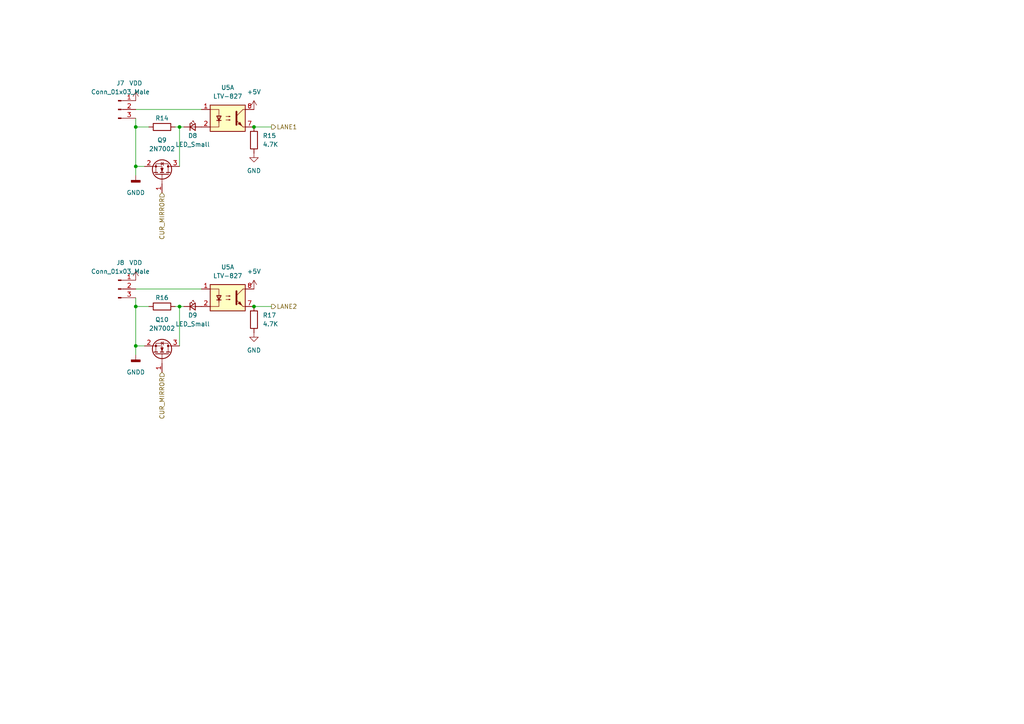
<source format=kicad_sch>
(kicad_sch (version 20211123) (generator eeschema)
  (paper "A4")
  (lib_symbols
    (symbol "Connector:Conn_01x03_Male" (pin_names (offset 1.016) hide)
      (property "Reference" "J" (at 0 5.08 0))
      (property "Value" "Conn_01x03_Male" (at 0 -5.08 0))
      (symbol "Conn_01x03_Male_1_1"
        (polyline (pts (xy 1.27 -2.54) (xy 0.8636 -2.54)) (stroke (width 0.1524)))
        (polyline (pts (xy 1.27 0) (xy 0.8636 0)) (stroke (width 0.1524)))
        (polyline (pts (xy 1.27 2.54) (xy 0.8636 2.54)) (stroke (width 0.1524)))
        (rectangle (start 0.8636 -2.413) (end 0 -2.667) (stroke (width 0.1524)) (fill (type outline)))
        (rectangle (start 0.8636 0.127) (end 0 -0.127) (stroke (width 0.1524)) (fill (type outline)))
        (rectangle (start 0.8636 2.667) (end 0 2.413) (stroke (width 0.1524)) (fill (type outline)))
        (pin passive line (at 5.08 2.54 180) (length 3.81) (name "Pin_1") (number "1"))
        (pin passive line (at 5.08 0 180) (length 3.81) (name "Pin_2") (number "2"))
        (pin passive line (at 5.08 -2.54 180) (length 3.81) (name "Pin_3") (number "3"))
      )
    )
    (symbol "Device:LED_Small" (pin_numbers hide) (pin_names (offset 0.254) hide)
      (property "Reference" "D" (at -1.27 3.175 0))
      (property "Value" "LED_Small" (at -4.445 -2.54 0))
      (symbol "LED_Small_0_1"
        (polyline (pts (xy -0.762 -1.016) (xy -0.762 1.016)) (stroke (width 0.254)))
        (polyline (pts (xy 1.016 0) (xy -0.762 0)))
        (polyline (pts (xy 0.762 -1.016) (xy -0.762 0) (xy 0.762 1.016) (xy 0.762 -1.016)) (stroke (width 0.254)))
        (polyline (pts (xy 0 0.762) (xy -0.508 1.27) (xy -0.254 1.27) (xy -0.508 1.27) (xy -0.508 1.016)))
        (polyline (pts (xy 0.508 1.27) (xy 0 1.778) (xy 0.254 1.778) (xy 0 1.778) (xy 0 1.524)))
      )
      (symbol "LED_Small_1_1"
        (pin passive line (at -2.54 0 0) (length 1.778) (name "K") (number "1"))
        (pin passive line (at 2.54 0 180) (length 1.778) (name "A") (number "2"))
      )
    )
    (symbol "Device:R" (pin_numbers hide) (pin_names (offset 0))
      (property "Reference" "R" (at 2.032 0 90))
      (property "Value" "R" (at 0 0 90))
      (symbol "R_0_1"
        (rectangle (start -1.016 -2.54) (end 1.016 2.54) (stroke (width 0.254)))
      )
      (symbol "R_1_1"
        (pin passive line (at 0 3.81 270) (length 1.27) (name "~") (number "1"))
        (pin passive line (at 0 -3.81 90) (length 1.27) (name "~") (number "2"))
      )
    )
    (symbol "Isolator:LTV-827" (pin_names (offset 1.016))
      (property "Reference" "U" (at -5.08 5.08 0))
      (property "Value" "LTV-827" (at 0 5.08 0))
      (symbol "LTV-827_0_1"
        (rectangle (start -5.08 3.81) (end 5.08 -3.81) (stroke (width 0.254)) (fill (type background)))
        (polyline (pts (xy -3.175 -0.635) (xy -1.905 -0.635)) (stroke (width 0.254)))
        (polyline (pts (xy 2.54 0.635) (xy 4.445 2.54)))
        (polyline (pts (xy 4.445 -2.54) (xy 2.54 -0.635)) (fill (type outline)))
        (polyline (pts (xy 4.445 -2.54) (xy 5.08 -2.54)))
        (polyline (pts (xy 4.445 2.54) (xy 5.08 2.54)))
        (polyline (pts (xy -2.54 -0.635) (xy -2.54 -2.54) (xy -5.08 -2.54)))
        (polyline (pts (xy 2.54 1.905) (xy 2.54 -1.905) (xy 2.54 -1.905)) (stroke (width 0.508)))
        (polyline (pts (xy -5.08 2.54) (xy -2.54 2.54) (xy -2.54 -1.27) (xy -2.54 0.635)))
        (polyline (pts (xy -2.54 -0.635) (xy -3.175 0.635) (xy -1.905 0.635) (xy -2.54 -0.635)) (stroke (width 0.254)))
        (polyline (pts (xy -0.508 -0.508) (xy 0.762 -0.508) (xy 0.381 -0.635) (xy 0.381 -0.381) (xy 0.762 -0.508)))
        (polyline (pts (xy -0.508 0.508) (xy 0.762 0.508) (xy 0.381 0.381) (xy 0.381 0.635) (xy 0.762 0.508)))
        (polyline (pts (xy 3.048 -1.651) (xy 3.556 -1.143) (xy 4.064 -2.159) (xy 3.048 -1.651) (xy 3.048 -1.651)) (fill (type outline)))
      )
      (symbol "LTV-827_1_1"
        (pin passive line (at -7.62 2.54 0) (length 2.54) (name "~") (number "1"))
        (pin passive line (at -7.62 -2.54 0) (length 2.54) (name "~") (number "2"))
        (pin passive line (at 7.62 -2.54 180) (length 2.54) (name "~") (number "7"))
        (pin passive line (at 7.62 2.54 180) (length 2.54) (name "~") (number "8"))
      )
      (symbol "LTV-827_2_1"
        (pin passive line (at -7.62 2.54 0) (length 2.54) (name "~") (number "3"))
        (pin passive line (at -7.62 -2.54 0) (length 2.54) (name "~") (number "4"))
        (pin passive line (at 7.62 -2.54 180) (length 2.54) (name "~") (number "5"))
        (pin passive line (at 7.62 2.54 180) (length 2.54) (name "~") (number "6"))
      )
    )
    (symbol "Transistor_FET:2N7002" (pin_names hide)
      (property "Reference" "Q" (at 5.08 1.905 0))
      (property "Value" "2N7002" (at 5.08 0 0))
      (symbol "2N7002_0_1"
        (polyline (pts (xy 0.254 0) (xy -2.54 0)))
        (polyline (pts (xy 0.254 1.905) (xy 0.254 -1.905)) (stroke (width 0.254)))
        (polyline (pts (xy 0.762 -1.27) (xy 0.762 -2.286)) (stroke (width 0.254)))
        (polyline (pts (xy 0.762 0.508) (xy 0.762 -0.508)) (stroke (width 0.254)))
        (polyline (pts (xy 0.762 2.286) (xy 0.762 1.27)) (stroke (width 0.254)))
        (polyline (pts (xy 2.54 2.54) (xy 2.54 1.778)))
        (polyline (pts (xy 2.54 -2.54) (xy 2.54 0) (xy 0.762 0)))
        (polyline (pts (xy 0.762 -1.778) (xy 3.302 -1.778) (xy 3.302 1.778) (xy 0.762 1.778)))
        (polyline (pts (xy 1.016 0) (xy 2.032 0.381) (xy 2.032 -0.381) (xy 1.016 0)) (fill (type outline)))
        (polyline (pts (xy 2.794 0.508) (xy 2.921 0.381) (xy 3.683 0.381) (xy 3.81 0.254)))
        (polyline (pts (xy 3.302 0.381) (xy 2.921 -0.254) (xy 3.683 -0.254) (xy 3.302 0.381)))
        (circle (center 1.651 0) (radius 2.794) (stroke (width 0.254)))
        (circle (center 2.54 -1.778) (radius 0.254) (fill (type outline)))
        (circle (center 2.54 1.778) (radius 0.254) (fill (type outline)))
      )
      (symbol "2N7002_1_1"
        (pin input line (at -5.08 0 0) (length 2.54) (name "G") (number "1"))
        (pin passive line (at 2.54 -5.08 90) (length 2.54) (name "S") (number "2"))
        (pin passive line (at 2.54 5.08 270) (length 2.54) (name "D") (number "3"))
      )
    )
    (symbol "power:+5V" (power) (pin_names (offset 0))
      (property "Value" "+5V" (at 0 3.556 0))
      (symbol "+5V_0_1"
        (polyline (pts (xy -0.762 1.27) (xy 0 2.54)))
        (polyline (pts (xy 0 0) (xy 0 2.54)))
        (polyline (pts (xy 0 2.54) (xy 0.762 1.27)))
      )
      (symbol "+5V_1_1"
        (pin power_in line (at 0 0 90) (length 0) hide (name "+5V") (number "1"))
      )
    )
    (symbol "power:GND" (power) (pin_names (offset 0))
      (property "Value" "GND" (at 0 -3.81 0))
      (symbol "GND_0_1"
        (polyline (pts (xy 0 0) (xy 0 -1.27) (xy 1.27 -1.27) (xy 0 -2.54) (xy -1.27 -1.27) (xy 0 -1.27)))
      )
      (symbol "GND_1_1"
        (pin power_in line (at 0 0 270) (length 0) hide (name "GND") (number "1"))
      )
    )
    (symbol "power:GNDD" (power) (pin_names (offset 0))
      (property "Value" "GNDD" (at 0 -3.175 0))
      (symbol "GNDD_0_1"
        (rectangle (start -1.27 -1.524) (end 1.27 -2.032) (stroke (width 0.254)) (fill (type outline)))
        (polyline (pts (xy 0 0) (xy 0 -1.524)))
      )
      (symbol "GNDD_1_1"
        (pin power_in line (at 0 0 270) (length 0) hide (name "GNDD") (number "1"))
      )
    )
    (symbol "power:VDD" (power) (pin_names (offset 0))
      (property "Value" "VDD" (at 0 3.81 0))
      (symbol "VDD_0_1"
        (polyline (pts (xy -0.762 1.27) (xy 0 2.54)))
        (polyline (pts (xy 0 0) (xy 0 2.54)))
        (polyline (pts (xy 0 2.54) (xy 0.762 1.27)))
      )
      (symbol "VDD_1_1"
        (pin power_in line (at 0 0 90) (length 0) hide (name "VDD") (number "1"))
      )
    )
  )
  (junction (at 39.37 36.83))
  (junction (at 39.37 100.33))
  (junction (at 52.07 88.9))
  (junction (at 73.66 88.9))
  (junction (at 73.66 36.83))
  (junction (at 39.37 48.26))
  (junction (at 39.37 88.9))
  (junction (at 52.07 36.83))
  (wire (pts (xy 39.37 100.33) (xy 41.91 100.33)))
  (wire (pts (xy 39.37 100.33) (xy 39.37 88.9)))
  (wire (pts (xy 39.37 48.26) (xy 39.37 50.8)))
  (wire (pts (xy 52.07 36.83) (xy 52.07 48.26)))
  (wire (pts (xy 39.37 83.82) (xy 58.42 83.82)))
  (wire (pts (xy 52.07 88.9) (xy 53.34 88.9)))
  (wire (pts (xy 50.8 36.83) (xy 52.07 36.83)))
  (wire (pts (xy 39.37 88.9) (xy 43.18 88.9)))
  (wire (pts (xy 39.37 48.26) (xy 39.37 36.83)))
  (wire (pts (xy 52.07 36.83) (xy 53.34 36.83)))
  (wire (pts (xy 52.07 88.9) (xy 52.07 100.33)))
  (wire (pts (xy 39.37 100.33) (xy 39.37 102.87)))
  (wire (pts (xy 39.37 88.9) (xy 39.37 86.36)))
  (wire (pts (xy 39.37 36.83) (xy 39.37 34.29)))
  (wire (pts (xy 39.37 31.75) (xy 58.42 31.75)))
  (wire (pts (xy 39.37 48.26) (xy 41.91 48.26)))
  (wire (pts (xy 50.8 88.9) (xy 52.07 88.9)))
  (wire (pts (xy 73.66 88.9) (xy 78.74 88.9)))
  (wire (pts (xy 73.66 36.83) (xy 78.74 36.83)))
  (wire (pts (xy 39.37 36.83) (xy 43.18 36.83)))
  (hierarchical_label "CUR_MIRROR" (shape input) (at 46.99 107.95 270))
  (hierarchical_label "LANE1" (shape output) (at 78.74 36.83 0))
  (hierarchical_label "CUR_MIRROR" (shape input) (at 46.99 55.88 270))
  (hierarchical_label "LANE2" (shape output) (at 78.74 88.9 0))
  (symbol (lib_id "Transistor_FET:2N7002") (at 46.99 102.87 270) (mirror x)
    (property "Reference" "Q10" (at 46.99 92.71 90))
    (property "Value" "2N7002" (at 46.99 95.25 90))
    (property "Footprint" "Package_TO_SOT_SMD:SOT-23" (effects hide))
    (property "Datasheet" "https://www.onsemi.com/pub/Collateral/NDS7002A-D.PDF" (effects hide))
  )
  (symbol (lib_id "Isolator:LTV-827") (at 66.04 86.36 0)
    (property "Reference" "U5" (at 66.04 77.47 0))
    (property "Value" "LTV-827" (at 66.04 80.01 0))
    (property "Footprint" "Package_DIP:DIP-8_W7.62mm" (effects hide))
    (property "Datasheet" "http://optoelectronics.liteon.com/upload/download/DS-70-96-0016/LTV-8X7%20series%20201610%20.pdf" (effects hide))
  )
  (symbol (lib_id "power:VDD") (at 39.37 81.28 0)
    (property "Reference" "#PWR0108" (effects hide))
    (property "Value" "VDD" (at 39.37 76.2 0))
  )
  (symbol (lib_id "Connector:Conn_01x03_Male") (at 34.29 31.75 0)
    (property "Reference" "J7" (at 34.925 24.13 0))
    (property "Value" "Conn_01x03_Male" (at 34.925 26.67 0))
    (property "Footprint" "Connector_JST:JST_XH_B3B-XH-A_1x03_P2.50mm_Vertical" (effects hide))
  )
  (symbol (lib_id "Isolator:LTV-827") (at 66.04 34.29 0)
    (property "Reference" "U5" (at 66.04 25.4 0))
    (property "Value" "LTV-827" (at 66.04 27.94 0))
    (property "Footprint" "Package_DIP:DIP-8_W7.62mm" (effects hide))
    (property "Datasheet" "http://optoelectronics.liteon.com/upload/download/DS-70-96-0016/LTV-8X7%20series%20201610%20.pdf" (effects hide))
  )
  (symbol (lib_id "Device:R") (at 73.66 92.71 0)
    (property "Reference" "R17" (at 76.2 91.4399 0) (effects (justify left)))
    (property "Value" "4.7K" (at 76.2 93.9799 0) (effects (justify left)))
    (property "Footprint" "Resistor_SMD:R_1206_3216Metric_Pad1.30x1.75mm_HandSolder" (effects hide))
  )
  (symbol (lib_id "Connector:Conn_01x03_Male") (at 34.29 83.82 0)
    (property "Reference" "J8" (at 34.925 76.2 0))
    (property "Value" "Conn_01x03_Male" (at 34.925 78.74 0))
    (property "Footprint" "Connector_JST:JST_XH_B3B-XH-A_1x03_P2.50mm_Vertical" (effects hide))
  )
  (symbol (lib_id "Transistor_FET:2N7002") (at 46.99 50.8 270) (mirror x)
    (property "Reference" "Q9" (at 46.99 40.64 90))
    (property "Value" "2N7002" (at 46.99 43.18 90))
    (property "Footprint" "Package_TO_SOT_SMD:SOT-23" (effects hide))
    (property "Datasheet" "https://www.onsemi.com/pub/Collateral/NDS7002A-D.PDF" (effects hide))
  )
  (symbol (lib_id "Device:LED_Small") (at 55.88 36.83 0)
    (property "Reference" "D8" (at 55.88 39.37 0))
    (property "Value" "LED_Small" (at 55.88 41.91 0))
    (property "Footprint" "LED_SMD:LED_1206_3216Metric_Pad1.42x1.75mm_HandSolder" (effects hide))
  )
  (symbol (lib_id "Device:R") (at 46.99 36.83 90)
    (property "Reference" "R14" (at 46.99 34.29 90))
    (property "Value" "R" (effects hide))
    (property "Footprint" "Resistor_SMD:R_1206_3216Metric_Pad1.30x1.75mm_HandSolder" (effects hide))
  )
  (symbol (lib_id "Device:R") (at 73.66 40.64 0)
    (property "Reference" "R15" (at 76.2 39.3699 0) (effects (justify left)))
    (property "Value" "4.7K" (at 76.2 41.9099 0) (effects (justify left)))
    (property "Footprint" "Resistor_SMD:R_1206_3216Metric_Pad1.30x1.75mm_HandSolder" (effects hide))
  )
  (symbol (lib_id "power:GND") (at 73.66 44.45 0)
    (property "Reference" "#PWR031" (effects hide))
    (property "Value" "GND" (at 73.66 49.53 0))
  )
  (symbol (lib_id "Device:R") (at 46.99 88.9 90)
    (property "Reference" "R16" (at 46.99 86.36 90))
    (property "Value" "R" (effects hide))
    (property "Footprint" "Resistor_SMD:R_1206_3216Metric_Pad1.30x1.75mm_HandSolder" (effects hide))
  )
  (symbol (lib_id "power:GND") (at 73.66 96.52 0)
    (property "Reference" "#PWR035" (effects hide))
    (property "Value" "GND" (at 73.66 101.6 0))
  )
  (symbol (lib_id "power:+5V") (at 73.66 83.82 0)
    (property "Reference" "#PWR034" (effects hide))
    (property "Value" "+5V" (at 73.66 78.74 0))
  )
  (symbol (lib_id "power:GNDD") (at 39.37 50.8 0)
    (property "Reference" "#PWR032" (effects hide))
    (property "Value" "GNDD" (at 39.37 55.88 0))
  )
  (symbol (lib_id "power:VDD") (at 39.37 29.21 0)
    (property "Reference" "#PWR0107" (effects hide))
    (property "Value" "VDD" (at 39.37 24.13 0))
  )
  (symbol (lib_id "Device:LED_Small") (at 55.88 88.9 0)
    (property "Reference" "D9" (at 55.88 91.44 0))
    (property "Value" "LED_Small" (at 55.88 93.98 0))
    (property "Footprint" "LED_SMD:LED_1206_3216Metric_Pad1.42x1.75mm_HandSolder" (effects hide))
  )
  (symbol (lib_id "power:+5V") (at 73.66 31.75 0)
    (property "Reference" "#PWR030" (effects hide))
    (property "Value" "+5V" (at 73.66 26.67 0))
  )
  (symbol (lib_id "power:GNDD") (at 39.37 102.87 0)
    (property "Reference" "#PWR036" (effects hide))
    (property "Value" "GNDD" (at 39.37 107.95 0))
  )
)
</source>
